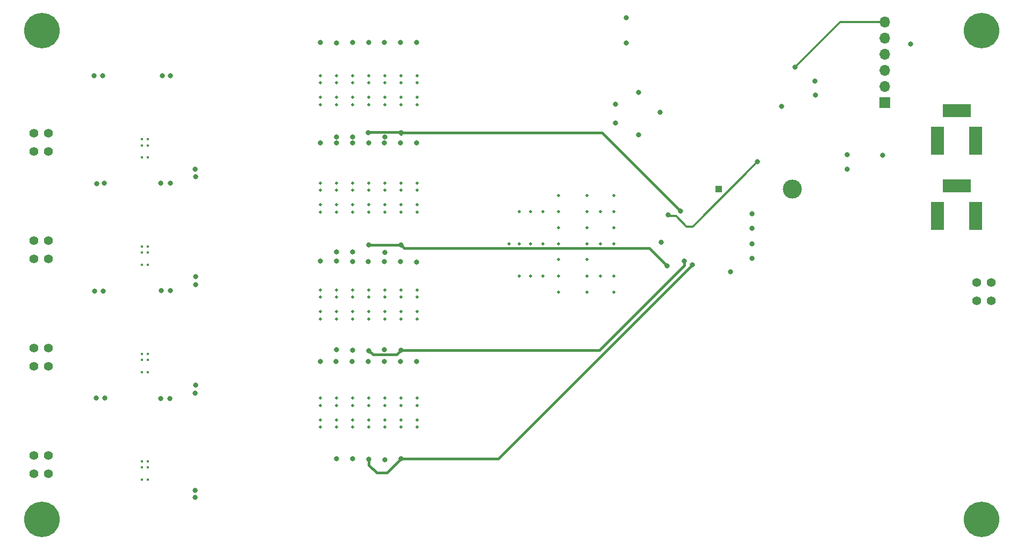
<source format=gbr>
%TF.GenerationSoftware,KiCad,Pcbnew,6.0.11*%
%TF.CreationDate,2023-02-03T09:16:34-05:00*%
%TF.ProjectId,PhasedArrayReceiver,50686173-6564-4417-9272-617952656365,rev?*%
%TF.SameCoordinates,Original*%
%TF.FileFunction,Copper,L4,Bot*%
%TF.FilePolarity,Positive*%
%FSLAX46Y46*%
G04 Gerber Fmt 4.6, Leading zero omitted, Abs format (unit mm)*
G04 Created by KiCad (PCBNEW 6.0.11) date 2023-02-03 09:16:34*
%MOMM*%
%LPD*%
G01*
G04 APERTURE LIST*
%TA.AperFunction,ComponentPad*%
%ADD10R,2.000000X4.500000*%
%TD*%
%TA.AperFunction,ComponentPad*%
%ADD11R,4.500000X2.000000*%
%TD*%
%TA.AperFunction,ConnectorPad*%
%ADD12C,5.600000*%
%TD*%
%TA.AperFunction,ComponentPad*%
%ADD13C,3.600000*%
%TD*%
%TA.AperFunction,ComponentPad*%
%ADD14C,1.400000*%
%TD*%
%TA.AperFunction,ComponentPad*%
%ADD15C,0.508000*%
%TD*%
%TA.AperFunction,HeatsinkPad*%
%ADD16C,0.381000*%
%TD*%
%TA.AperFunction,ComponentPad*%
%ADD17R,1.000000X1.000000*%
%TD*%
%TA.AperFunction,ComponentPad*%
%ADD18R,1.700000X1.700000*%
%TD*%
%TA.AperFunction,ComponentPad*%
%ADD19O,1.700000X1.700000*%
%TD*%
%TA.AperFunction,ViaPad*%
%ADD20C,0.800000*%
%TD*%
%TA.AperFunction,ViaPad*%
%ADD21C,3.000000*%
%TD*%
%TA.AperFunction,Conductor*%
%ADD22C,0.412683*%
%TD*%
%TA.AperFunction,Conductor*%
%ADD23C,0.350000*%
%TD*%
G04 APERTURE END LIST*
D10*
%TO.P,J7,1*%
%TO.N,/+12V*%
X217050000Y-80170000D03*
%TO.P,J7,2*%
%TO.N,/GND*%
X223050000Y-80170000D03*
D11*
%TO.P,J7,3*%
%TO.N,N/C*%
X220050000Y-75470000D03*
%TD*%
D10*
%TO.P,J6,1*%
%TO.N,/+5V*%
X217050000Y-68330000D03*
%TO.P,J6,2*%
%TO.N,/GND*%
X223050000Y-68330000D03*
D11*
%TO.P,J6,3*%
%TO.N,N/C*%
X220050000Y-63630000D03*
%TD*%
D12*
%TO.P,REF\u002A\u002A,1*%
%TO.N,N/C*%
X76000000Y-128000000D03*
D13*
X76000000Y-128000000D03*
%TD*%
D12*
%TO.P,REF\u002A\u002A,1*%
%TO.N,N/C*%
X224000000Y-128000000D03*
D13*
X224000000Y-128000000D03*
%TD*%
D12*
%TO.P,REF\u002A\u002A,1*%
%TO.N,N/C*%
X224000000Y-51000000D03*
D13*
X224000000Y-51000000D03*
%TD*%
D12*
%TO.P,REF\u002A\u002A,1*%
%TO.N,N/C*%
X76000000Y-51000000D03*
D13*
X76000000Y-51000000D03*
%TD*%
D14*
%TO.P,J8,G1-1,GND*%
%TO.N,/GND*%
X223205000Y-90685000D03*
%TO.P,J8,G1-2,GND*%
X225497000Y-90685000D03*
%TO.P,J8,G2-1,GND*%
X223205000Y-93555000D03*
%TO.P,J8,G2-2,GND*%
X225497000Y-93555000D03*
%TD*%
%TO.P,J4,G1-1,GND*%
%TO.N,/GND*%
X77015000Y-120815000D03*
%TO.P,J4,G1-2,GND*%
X74723000Y-120815000D03*
%TO.P,J4,G2-1,GND*%
X77015000Y-117945000D03*
%TO.P,J4,G2-2,GND*%
X74723000Y-117945000D03*
%TD*%
%TO.P,J3,G1-1,GND*%
%TO.N,/GND*%
X77015000Y-103881666D03*
%TO.P,J3,G1-2,GND*%
X74723000Y-103881666D03*
%TO.P,J3,G2-1,GND*%
X77015000Y-101011666D03*
%TO.P,J3,G2-2,GND*%
X74723000Y-101011666D03*
%TD*%
%TO.P,J2,G1-1,GND*%
%TO.N,/GND*%
X77015000Y-86948333D03*
%TO.P,J2,G1-2,GND*%
X74723000Y-86948333D03*
%TO.P,J2,G2-1,GND*%
X77015000Y-84078333D03*
%TO.P,J2,G2-2,GND*%
X74723000Y-84078333D03*
%TD*%
%TO.P,J1,G1-1,GND*%
%TO.N,/GND*%
X77015000Y-70015000D03*
%TO.P,J1,G1-2,GND*%
X74723000Y-70015000D03*
%TO.P,J1,G2-1,GND*%
X77015000Y-67145000D03*
%TO.P,J1,G2-2,GND*%
X74723000Y-67145000D03*
%TD*%
D15*
%TO.P,U9,1,GND*%
%TO.N,/GND*%
X161850000Y-92210000D03*
X163950000Y-89670000D03*
X157330000Y-76970000D03*
X161850000Y-82050000D03*
X161850000Y-89670000D03*
X161850000Y-87090000D03*
X154850000Y-89670000D03*
X166050000Y-76970000D03*
X154850000Y-79510000D03*
X157330000Y-89670000D03*
X166050000Y-84590000D03*
X157330000Y-92210000D03*
X166050000Y-92210000D03*
X161850000Y-79510000D03*
X152950000Y-79530000D03*
X161850000Y-84590000D03*
X163950000Y-79510000D03*
X166050000Y-79510000D03*
X166050000Y-89670000D03*
X163950000Y-84590000D03*
X157330000Y-82050000D03*
X161850000Y-76970000D03*
X152950000Y-84590000D03*
X157330000Y-79510000D03*
X157330000Y-84590000D03*
X149550000Y-84590000D03*
X157330000Y-87090000D03*
X166050000Y-82050000D03*
X152950000Y-89690000D03*
X151150000Y-89690000D03*
X151150000Y-79530000D03*
X151150000Y-84590000D03*
X154850000Y-84590000D03*
%TD*%
%TO.P,U13,2,GND*%
%TO.N,/GND*%
X135020000Y-108923000D03*
X129940000Y-110066000D03*
X119780000Y-108923000D03*
X135020000Y-113497000D03*
X132480000Y-110066000D03*
X135020000Y-110066000D03*
X132480000Y-108923000D03*
X122320000Y-112354000D03*
X129940000Y-108923000D03*
X124860000Y-112354000D03*
X127400000Y-110066000D03*
X119780000Y-112354000D03*
X127400000Y-113497000D03*
X132480000Y-112354000D03*
X124860000Y-113497000D03*
X129940000Y-113497000D03*
X129940000Y-112354000D03*
X127400000Y-112354000D03*
X122320000Y-113497000D03*
X122320000Y-110066000D03*
X122320000Y-108923000D03*
X132480000Y-113497000D03*
X124860000Y-110066000D03*
X119780000Y-110066000D03*
X127400000Y-108923000D03*
X124860000Y-108923000D03*
X135020000Y-112354000D03*
X119780000Y-113497000D03*
%TD*%
%TO.P,U12,2,GND*%
%TO.N,/GND*%
X135020000Y-91860500D03*
X129940000Y-93003500D03*
X119780000Y-91860500D03*
X135020000Y-96434500D03*
X132480000Y-93003500D03*
X135020000Y-93003500D03*
X132480000Y-91860500D03*
X122320000Y-95291500D03*
X129940000Y-91860500D03*
X124860000Y-95291500D03*
X127400000Y-93003500D03*
X119780000Y-95291500D03*
X127400000Y-96434500D03*
X132480000Y-95291500D03*
X124860000Y-96434500D03*
X129940000Y-96434500D03*
X129940000Y-95291500D03*
X127400000Y-95291500D03*
X122320000Y-96434500D03*
X122320000Y-93003500D03*
X122320000Y-91860500D03*
X132480000Y-96434500D03*
X124860000Y-93003500D03*
X119780000Y-93003500D03*
X127400000Y-91860500D03*
X124860000Y-91860500D03*
X135020000Y-95291500D03*
X119780000Y-96434500D03*
%TD*%
%TO.P,U11,2,GND*%
%TO.N,/GND*%
X135020000Y-75023000D03*
X129940000Y-76166000D03*
X119780000Y-75023000D03*
X135020000Y-79597000D03*
X132480000Y-76166000D03*
X135020000Y-76166000D03*
X132480000Y-75023000D03*
X122320000Y-78454000D03*
X129940000Y-75023000D03*
X124860000Y-78454000D03*
X127400000Y-76166000D03*
X119780000Y-78454000D03*
X127400000Y-79597000D03*
X132480000Y-78454000D03*
X124860000Y-79597000D03*
X129940000Y-79597000D03*
X129940000Y-78454000D03*
X127400000Y-78454000D03*
X122320000Y-79597000D03*
X122320000Y-76166000D03*
X122320000Y-75023000D03*
X132480000Y-79597000D03*
X124860000Y-76166000D03*
X119780000Y-76166000D03*
X127400000Y-75023000D03*
X124860000Y-75023000D03*
X135020000Y-78454000D03*
X119780000Y-79597000D03*
%TD*%
D16*
%TO.P,U6,9,GND*%
%TO.N,/GND*%
X91677400Y-121793000D03*
X91677400Y-119862600D03*
X91677400Y-118897400D03*
X92642600Y-119862600D03*
X92642600Y-121793000D03*
X92642600Y-118897400D03*
%TD*%
%TO.P,U5,9,GND*%
%TO.N,/GND*%
X91677400Y-104853000D03*
X91677400Y-102922600D03*
X91677400Y-101957400D03*
X92642600Y-102922600D03*
X92642600Y-104853000D03*
X92642600Y-101957400D03*
%TD*%
%TO.P,U4,9,GND*%
%TO.N,/GND*%
X92642600Y-85017400D03*
X92642600Y-87913000D03*
X92642600Y-85982600D03*
X91677400Y-85017400D03*
X91677400Y-85982600D03*
X91677400Y-87913000D03*
%TD*%
D15*
%TO.P,U2,2,GND*%
%TO.N,/GND*%
X119780000Y-62657000D03*
X135020000Y-61514000D03*
X124860000Y-58083000D03*
X127400000Y-58083000D03*
X119780000Y-59226000D03*
X124860000Y-59226000D03*
X132480000Y-62657000D03*
X122320000Y-58083000D03*
X122320000Y-59226000D03*
X122320000Y-62657000D03*
X127400000Y-61514000D03*
X129940000Y-61514000D03*
X129940000Y-62657000D03*
X124860000Y-62657000D03*
X132480000Y-61514000D03*
X127400000Y-62657000D03*
X119780000Y-61514000D03*
X127400000Y-59226000D03*
X124860000Y-61514000D03*
X129940000Y-58083000D03*
X122320000Y-61514000D03*
X132480000Y-58083000D03*
X135020000Y-59226000D03*
X132480000Y-59226000D03*
X135020000Y-62657000D03*
X119780000Y-58083000D03*
X129940000Y-59226000D03*
X135020000Y-58083000D03*
%TD*%
D16*
%TO.P,U1,9,GND*%
%TO.N,/GND*%
X91677400Y-71003000D03*
X91677400Y-69072600D03*
X91677400Y-68107400D03*
X92642600Y-69072600D03*
X92642600Y-71003000D03*
X92642600Y-68107400D03*
%TD*%
D17*
%TO.P,TP1,1,1*%
%TO.N,Net-(TP1-Pad1)*%
X182580000Y-75990000D03*
%TD*%
D18*
%TO.P,J5,1,Pin_1*%
%TO.N,/GND*%
X208760000Y-62340000D03*
D19*
%TO.P,J5,2,Pin_2*%
%TO.N,/FTDI_CTS#*%
X208760000Y-59800000D03*
%TO.P,J5,3,Pin_3*%
%TO.N,/FTDI_5V*%
X208760000Y-57260000D03*
%TO.P,J5,4,Pin_4*%
%TO.N,/FTDI_TX*%
X208760000Y-54720000D03*
%TO.P,J5,5,Pin_5*%
%TO.N,/FTDI_RX*%
X208760000Y-52180000D03*
%TO.P,J5,6,Pin_6*%
%TO.N,/FTDI_RTS#*%
X208760000Y-49640000D03*
%TD*%
D20*
%TO.N,/+3.3V*%
X184390000Y-88970000D03*
X212780000Y-53080000D03*
X169910000Y-67390000D03*
%TO.N,/GND*%
X166330000Y-65580000D03*
X166310000Y-62570000D03*
%TO.N,/+3.3V*%
X169950000Y-60770000D03*
X173370000Y-63820000D03*
%TO.N,/GND*%
X208340000Y-70600000D03*
D21*
%TO.N,/+3.3V*%
X194130000Y-75970000D03*
D20*
X202820000Y-70570000D03*
%TO.N,/GND*%
X202820000Y-72850000D03*
X192440000Y-62910000D03*
X197760000Y-61140000D03*
%TO.N,/+3.3V*%
X197750000Y-58950000D03*
%TO.N,/FTDI_RTS#*%
X194590000Y-56780000D03*
%TO.N,/IO4*%
X188630000Y-71630000D03*
X174620000Y-80040000D03*
%TO.N,/+3.3V*%
X167970000Y-52900000D03*
X168000000Y-48980000D03*
%TO.N,/GND*%
X173490000Y-84366041D03*
X187770000Y-86930000D03*
X187770000Y-84600000D03*
X187790000Y-79880000D03*
X187820000Y-82170000D03*
%TO.N,/BIAS4*%
X178440000Y-87880000D03*
%TO.N,/BIAS3*%
X177160000Y-87300000D03*
%TO.N,/BIAS2*%
X174450000Y-88110000D03*
%TO.N,/BIAS1*%
X176570000Y-79470000D03*
%TO.N,/BIAS4*%
X132550000Y-118500000D03*
X127450000Y-118540000D03*
%TO.N,/BIAS3*%
X132550000Y-101390000D03*
X127450000Y-101420000D03*
%TO.N,/BIAS2*%
X132480000Y-84790000D03*
X127410000Y-84790000D03*
%TO.N,/BIAS1*%
X132480000Y-67080000D03*
X127390000Y-67090000D03*
%TO.N,/GND*%
X129960000Y-118630000D03*
X124870000Y-118490000D03*
X122320000Y-118450000D03*
X134965000Y-103170000D03*
X132434165Y-103170000D03*
X129890000Y-101280000D03*
X127372499Y-103170000D03*
X124841666Y-103170000D03*
X122310833Y-103170000D03*
X119780000Y-103170000D03*
X122320000Y-101280000D03*
X124890000Y-101380000D03*
X129890000Y-103170000D03*
X132445000Y-87420000D03*
X129920000Y-87420000D03*
X127395000Y-87370000D03*
X124870000Y-87415000D03*
X122345000Y-87340000D03*
X134970000Y-87470000D03*
X119820000Y-87340000D03*
X129950000Y-85955000D03*
X124860000Y-85865000D03*
X122335000Y-85865000D03*
X127404998Y-68650000D03*
X132438330Y-68650000D03*
X122371666Y-68690000D03*
X124888332Y-68650000D03*
X129921664Y-68650000D03*
X119855000Y-68660000D03*
X134955000Y-68670000D03*
X129940000Y-67780000D03*
X124870000Y-67745000D03*
X122345000Y-67745000D03*
X134960000Y-52870000D03*
X132443330Y-52870000D03*
X129926664Y-52870000D03*
X127409998Y-52870000D03*
X124893332Y-52870000D03*
X122376666Y-52910000D03*
X119860000Y-52860000D03*
%TO.N,/+3.3V*%
X100160000Y-91060000D03*
X100160000Y-89810000D03*
X100130000Y-124560000D03*
X100120000Y-123430000D03*
X100130000Y-108120000D03*
X100150000Y-106860000D03*
X100140000Y-74040000D03*
X100130000Y-72850000D03*
X96080000Y-108950000D03*
X94650000Y-108960000D03*
%TO.N,/GND*%
X84550000Y-108920000D03*
X85860000Y-108930000D03*
%TO.N,/+3.3V*%
X96220000Y-92000000D03*
X94730000Y-91990000D03*
%TO.N,/GND*%
X84290000Y-92030000D03*
X85630000Y-92020000D03*
%TO.N,/+3.3V*%
X96210000Y-75060000D03*
X94680000Y-75060000D03*
%TO.N,/GND*%
X84600000Y-75090000D03*
X85810000Y-75060000D03*
%TO.N,/+3.3V*%
X96190000Y-58140000D03*
X94940000Y-58140000D03*
%TO.N,/GND*%
X84200000Y-58140000D03*
X85490000Y-58140000D03*
%TD*%
D22*
%TO.N,/BIAS4*%
X132550000Y-118500000D02*
X147820000Y-118500000D01*
X147820000Y-118500000D02*
X178440000Y-87880000D01*
%TO.N,/BIAS3*%
X132550000Y-101390000D02*
X163789661Y-101390000D01*
X163789661Y-101390000D02*
X177160000Y-88019661D01*
X177160000Y-88019661D02*
X177160000Y-87300000D01*
%TO.N,/BIAS2*%
X132480000Y-84790000D02*
X132990342Y-85300342D01*
X171640342Y-85300342D02*
X174450000Y-88110000D01*
X132990342Y-85300342D02*
X171640342Y-85300342D01*
%TO.N,/BIAS1*%
X132480000Y-67080000D02*
X164180000Y-67080000D01*
X164180000Y-67080000D02*
X176570000Y-79470000D01*
D23*
%TO.N,/FTDI_RTS#*%
X194590000Y-56780000D02*
X201730000Y-49640000D01*
X201730000Y-49640000D02*
X208760000Y-49640000D01*
%TO.N,/IO4*%
X188600000Y-71660000D02*
X188630000Y-71630000D01*
X188600000Y-71720000D02*
X188600000Y-71660000D01*
X174620000Y-80040000D02*
X174825000Y-80245000D01*
X174825000Y-80245000D02*
X175895000Y-80245000D01*
X175895000Y-80245000D02*
X177510000Y-81860000D01*
X177510000Y-81860000D02*
X178460000Y-81860000D01*
X178460000Y-81860000D02*
X188600000Y-71720000D01*
D22*
%TO.N,/BIAS4*%
X127450000Y-119470000D02*
X128670000Y-120690000D01*
X127450000Y-118540000D02*
X127450000Y-119470000D01*
X128670000Y-120690000D02*
X130360000Y-120690000D01*
X130360000Y-120690000D02*
X132550000Y-118500000D01*
%TO.N,/BIAS3*%
X127450000Y-101420000D02*
X128116341Y-102086341D01*
X128116341Y-102086341D02*
X131853659Y-102086341D01*
X131853659Y-102086341D02*
X132550000Y-101390000D01*
%TO.N,/BIAS2*%
X127410000Y-84790000D02*
X132480000Y-84790000D01*
%TO.N,/BIAS1*%
X132480000Y-67080000D02*
X132480000Y-67335339D01*
X127390000Y-67090000D02*
X127506341Y-66973659D01*
X127506341Y-66973659D02*
X132373659Y-66973659D01*
X132373659Y-66973659D02*
X132480000Y-67080000D01*
%TD*%
M02*

</source>
